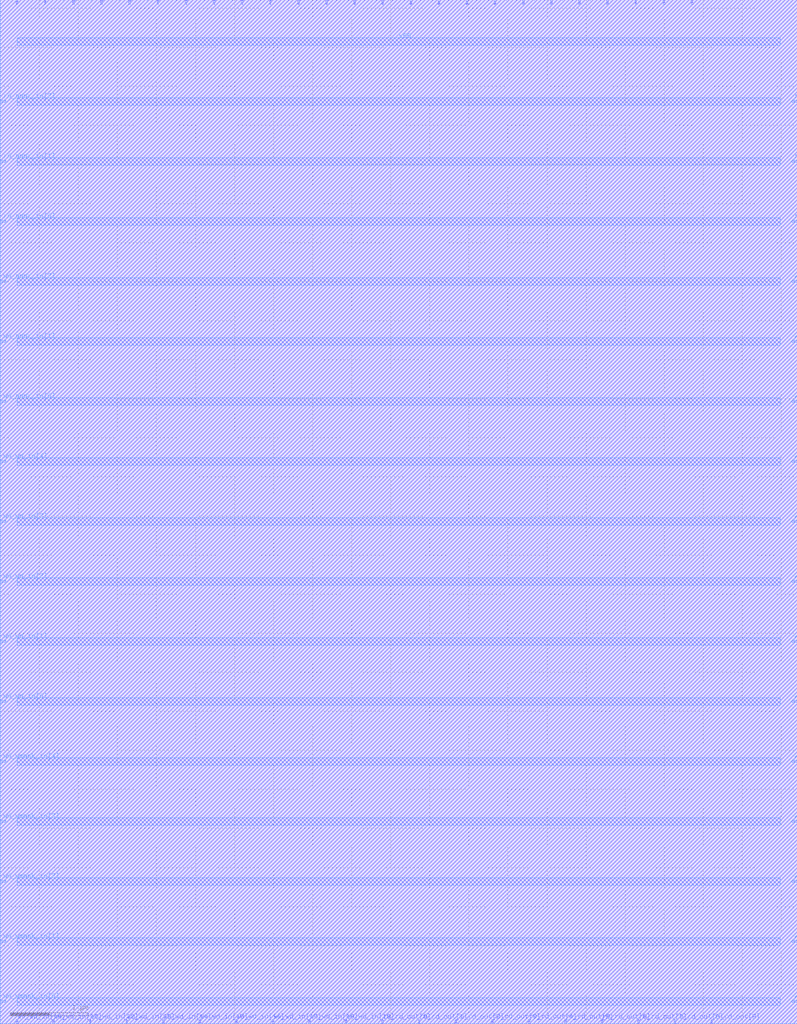
<source format=lef>
VERSION 5.7 ;
BUSBITCHARS "[]" ;
MACRO fakeram_20x64_1r1w
  FOREIGN fakeram_20x64_1r1w 0 0 ;
  SYMMETRY X Y R90 ;
  SIZE 10.203 BY 13.107 ;
  CLASS BLOCK ;
  PIN w0_wmask_in[0]
    DIRECTION INPUT ;
    USE SIGNAL ;
    SHAPE ABUTMENT ;
    PORT
      LAYER M4 ;
      RECT 0.000 0.276 0.072 0.300 ;
    END
  END w0_wmask_in[0]
  PIN w0_wmask_in[1]
    DIRECTION INPUT ;
    USE SIGNAL ;
    SHAPE ABUTMENT ;
    PORT
      LAYER M4 ;
      RECT 0.000 1.044 0.072 1.068 ;
    END
  END w0_wmask_in[1]
  PIN w0_wmask_in[2]
    DIRECTION INPUT ;
    USE SIGNAL ;
    SHAPE ABUTMENT ;
    PORT
      LAYER M4 ;
      RECT 0.000 1.812 0.072 1.836 ;
    END
  END w0_wmask_in[2]
  PIN w0_wmask_in[3]
    DIRECTION INPUT ;
    USE SIGNAL ;
    SHAPE ABUTMENT ;
    PORT
      LAYER M4 ;
      RECT 0.000 2.580 0.072 2.604 ;
    END
  END w0_wmask_in[3]
  PIN w0_wmask_in[4]
    DIRECTION INPUT ;
    USE SIGNAL ;
    SHAPE ABUTMENT ;
    PORT
      LAYER M4 ;
      RECT 0.000 3.348 0.072 3.372 ;
    END
  END w0_wmask_in[4]
  PIN w0_wmask_in[5]
    DIRECTION INPUT ;
    USE SIGNAL ;
    SHAPE ABUTMENT ;
    PORT
      LAYER M4 ;
      RECT 10.131 0.276 10.203 0.300 ;
    END
  END w0_wmask_in[5]
  PIN w0_wmask_in[6]
    DIRECTION INPUT ;
    USE SIGNAL ;
    SHAPE ABUTMENT ;
    PORT
      LAYER M4 ;
      RECT 10.131 1.044 10.203 1.068 ;
    END
  END w0_wmask_in[6]
  PIN w0_wmask_in[7]
    DIRECTION INPUT ;
    USE SIGNAL ;
    SHAPE ABUTMENT ;
    PORT
      LAYER M4 ;
      RECT 10.131 1.812 10.203 1.836 ;
    END
  END w0_wmask_in[7]
  PIN w0_wmask_in[8]
    DIRECTION INPUT ;
    USE SIGNAL ;
    SHAPE ABUTMENT ;
    PORT
      LAYER M4 ;
      RECT 10.131 2.580 10.203 2.604 ;
    END
  END w0_wmask_in[8]
  PIN w0_wmask_in[9]
    DIRECTION INPUT ;
    USE SIGNAL ;
    SHAPE ABUTMENT ;
    PORT
      LAYER M4 ;
      RECT 10.131 3.348 10.203 3.372 ;
    END
  END w0_wmask_in[9]
  PIN w0_wmask_in[10]
    DIRECTION INPUT ;
    USE SIGNAL ;
    SHAPE ABUTMENT ;
    PORT
      LAYER M3 ;
      RECT 0.207 13.053 0.225 13.107 ;
    END
  END w0_wmask_in[10]
  PIN w0_wmask_in[11]
    DIRECTION INPUT ;
    USE SIGNAL ;
    SHAPE ABUTMENT ;
    PORT
      LAYER M3 ;
      RECT 0.567 13.053 0.585 13.107 ;
    END
  END w0_wmask_in[11]
  PIN w0_wmask_in[12]
    DIRECTION INPUT ;
    USE SIGNAL ;
    SHAPE ABUTMENT ;
    PORT
      LAYER M3 ;
      RECT 0.927 13.053 0.945 13.107 ;
    END
  END w0_wmask_in[12]
  PIN w0_wmask_in[13]
    DIRECTION INPUT ;
    USE SIGNAL ;
    SHAPE ABUTMENT ;
    PORT
      LAYER M3 ;
      RECT 1.287 13.053 1.305 13.107 ;
    END
  END w0_wmask_in[13]
  PIN w0_wmask_in[14]
    DIRECTION INPUT ;
    USE SIGNAL ;
    SHAPE ABUTMENT ;
    PORT
      LAYER M3 ;
      RECT 1.647 13.053 1.665 13.107 ;
    END
  END w0_wmask_in[14]
  PIN w0_wmask_in[15]
    DIRECTION INPUT ;
    USE SIGNAL ;
    SHAPE ABUTMENT ;
    PORT
      LAYER M3 ;
      RECT 2.007 13.053 2.025 13.107 ;
    END
  END w0_wmask_in[15]
  PIN w0_wmask_in[16]
    DIRECTION INPUT ;
    USE SIGNAL ;
    SHAPE ABUTMENT ;
    PORT
      LAYER M3 ;
      RECT 2.367 13.053 2.385 13.107 ;
    END
  END w0_wmask_in[16]
  PIN w0_wmask_in[17]
    DIRECTION INPUT ;
    USE SIGNAL ;
    SHAPE ABUTMENT ;
    PORT
      LAYER M3 ;
      RECT 2.727 13.053 2.745 13.107 ;
    END
  END w0_wmask_in[17]
  PIN w0_wmask_in[18]
    DIRECTION INPUT ;
    USE SIGNAL ;
    SHAPE ABUTMENT ;
    PORT
      LAYER M3 ;
      RECT 3.087 13.053 3.105 13.107 ;
    END
  END w0_wmask_in[18]
  PIN w0_wmask_in[19]
    DIRECTION INPUT ;
    USE SIGNAL ;
    SHAPE ABUTMENT ;
    PORT
      LAYER M3 ;
      RECT 3.447 13.053 3.465 13.107 ;
    END
  END w0_wmask_in[19]
  PIN w0_wd_in[0]
    DIRECTION INPUT ;
    USE SIGNAL ;
    SHAPE ABUTMENT ;
    PORT
      LAYER M4 ;
      RECT 0.000 4.116 0.072 4.140 ;
    END
  END w0_wd_in[0]
  PIN w0_wd_in[1]
    DIRECTION INPUT ;
    USE SIGNAL ;
    SHAPE ABUTMENT ;
    PORT
      LAYER M4 ;
      RECT 0.000 4.884 0.072 4.908 ;
    END
  END w0_wd_in[1]
  PIN w0_wd_in[2]
    DIRECTION INPUT ;
    USE SIGNAL ;
    SHAPE ABUTMENT ;
    PORT
      LAYER M4 ;
      RECT 0.000 5.652 0.072 5.676 ;
    END
  END w0_wd_in[2]
  PIN w0_wd_in[3]
    DIRECTION INPUT ;
    USE SIGNAL ;
    SHAPE ABUTMENT ;
    PORT
      LAYER M4 ;
      RECT 0.000 6.420 0.072 6.444 ;
    END
  END w0_wd_in[3]
  PIN w0_wd_in[4]
    DIRECTION INPUT ;
    USE SIGNAL ;
    SHAPE ABUTMENT ;
    PORT
      LAYER M4 ;
      RECT 0.000 7.188 0.072 7.212 ;
    END
  END w0_wd_in[4]
  PIN w0_wd_in[5]
    DIRECTION INPUT ;
    USE SIGNAL ;
    SHAPE ABUTMENT ;
    PORT
      LAYER M4 ;
      RECT 10.131 4.116 10.203 4.140 ;
    END
  END w0_wd_in[5]
  PIN w0_wd_in[6]
    DIRECTION INPUT ;
    USE SIGNAL ;
    SHAPE ABUTMENT ;
    PORT
      LAYER M4 ;
      RECT 10.131 4.884 10.203 4.908 ;
    END
  END w0_wd_in[6]
  PIN w0_wd_in[7]
    DIRECTION INPUT ;
    USE SIGNAL ;
    SHAPE ABUTMENT ;
    PORT
      LAYER M4 ;
      RECT 10.131 5.652 10.203 5.676 ;
    END
  END w0_wd_in[7]
  PIN w0_wd_in[8]
    DIRECTION INPUT ;
    USE SIGNAL ;
    SHAPE ABUTMENT ;
    PORT
      LAYER M4 ;
      RECT 10.131 6.420 10.203 6.444 ;
    END
  END w0_wd_in[8]
  PIN w0_wd_in[9]
    DIRECTION INPUT ;
    USE SIGNAL ;
    SHAPE ABUTMENT ;
    PORT
      LAYER M4 ;
      RECT 10.131 7.188 10.203 7.212 ;
    END
  END w0_wd_in[9]
  PIN w0_wd_in[10]
    DIRECTION OUTPUT ;
    USE SIGNAL ;
    SHAPE ABUTMENT ;
    PORT
      LAYER M3 ;
      RECT 0.207 0.000 0.225 0.054 ;
    END
  END w0_wd_in[10]
  PIN w0_wd_in[11]
    DIRECTION OUTPUT ;
    USE SIGNAL ;
    SHAPE ABUTMENT ;
    PORT
      LAYER M3 ;
      RECT 0.675 0.000 0.693 0.054 ;
    END
  END w0_wd_in[11]
  PIN w0_wd_in[12]
    DIRECTION OUTPUT ;
    USE SIGNAL ;
    SHAPE ABUTMENT ;
    PORT
      LAYER M3 ;
      RECT 1.143 0.000 1.161 0.054 ;
    END
  END w0_wd_in[12]
  PIN w0_wd_in[13]
    DIRECTION OUTPUT ;
    USE SIGNAL ;
    SHAPE ABUTMENT ;
    PORT
      LAYER M3 ;
      RECT 1.611 0.000 1.629 0.054 ;
    END
  END w0_wd_in[13]
  PIN w0_wd_in[14]
    DIRECTION OUTPUT ;
    USE SIGNAL ;
    SHAPE ABUTMENT ;
    PORT
      LAYER M3 ;
      RECT 2.079 0.000 2.097 0.054 ;
    END
  END w0_wd_in[14]
  PIN w0_wd_in[15]
    DIRECTION OUTPUT ;
    USE SIGNAL ;
    SHAPE ABUTMENT ;
    PORT
      LAYER M3 ;
      RECT 2.547 0.000 2.565 0.054 ;
    END
  END w0_wd_in[15]
  PIN w0_wd_in[16]
    DIRECTION OUTPUT ;
    USE SIGNAL ;
    SHAPE ABUTMENT ;
    PORT
      LAYER M3 ;
      RECT 3.015 0.000 3.033 0.054 ;
    END
  END w0_wd_in[16]
  PIN w0_wd_in[17]
    DIRECTION OUTPUT ;
    USE SIGNAL ;
    SHAPE ABUTMENT ;
    PORT
      LAYER M3 ;
      RECT 3.483 0.000 3.501 0.054 ;
    END
  END w0_wd_in[17]
  PIN w0_wd_in[18]
    DIRECTION OUTPUT ;
    USE SIGNAL ;
    SHAPE ABUTMENT ;
    PORT
      LAYER M3 ;
      RECT 3.951 0.000 3.969 0.054 ;
    END
  END w0_wd_in[18]
  PIN w0_wd_in[19]
    DIRECTION OUTPUT ;
    USE SIGNAL ;
    SHAPE ABUTMENT ;
    PORT
      LAYER M3 ;
      RECT 4.419 0.000 4.437 0.054 ;
    END
  END w0_wd_in[19]
  PIN r0_rd_out[0]
    DIRECTION OUTPUT ;
    USE SIGNAL ;
    SHAPE ABUTMENT ;
    PORT
      LAYER M3 ;
      RECT 4.887 0.000 4.905 0.054 ;
    END
  END r0_rd_out[0]
  PIN r0_rd_out[1]
    DIRECTION OUTPUT ;
    USE SIGNAL ;
    SHAPE ABUTMENT ;
    PORT
      LAYER M3 ;
      RECT 5.355 0.000 5.373 0.054 ;
    END
  END r0_rd_out[1]
  PIN r0_rd_out[2]
    DIRECTION OUTPUT ;
    USE SIGNAL ;
    SHAPE ABUTMENT ;
    PORT
      LAYER M3 ;
      RECT 5.823 0.000 5.841 0.054 ;
    END
  END r0_rd_out[2]
  PIN r0_rd_out[3]
    DIRECTION OUTPUT ;
    USE SIGNAL ;
    SHAPE ABUTMENT ;
    PORT
      LAYER M3 ;
      RECT 6.291 0.000 6.309 0.054 ;
    END
  END r0_rd_out[3]
  PIN r0_rd_out[4]
    DIRECTION OUTPUT ;
    USE SIGNAL ;
    SHAPE ABUTMENT ;
    PORT
      LAYER M3 ;
      RECT 6.759 0.000 6.777 0.054 ;
    END
  END r0_rd_out[4]
  PIN r0_rd_out[5]
    DIRECTION OUTPUT ;
    USE SIGNAL ;
    SHAPE ABUTMENT ;
    PORT
      LAYER M3 ;
      RECT 7.227 0.000 7.245 0.054 ;
    END
  END r0_rd_out[5]
  PIN r0_rd_out[6]
    DIRECTION OUTPUT ;
    USE SIGNAL ;
    SHAPE ABUTMENT ;
    PORT
      LAYER M3 ;
      RECT 7.695 0.000 7.713 0.054 ;
    END
  END r0_rd_out[6]
  PIN r0_rd_out[7]
    DIRECTION OUTPUT ;
    USE SIGNAL ;
    SHAPE ABUTMENT ;
    PORT
      LAYER M3 ;
      RECT 8.163 0.000 8.181 0.054 ;
    END
  END r0_rd_out[7]
  PIN r0_rd_out[8]
    DIRECTION OUTPUT ;
    USE SIGNAL ;
    SHAPE ABUTMENT ;
    PORT
      LAYER M3 ;
      RECT 8.631 0.000 8.649 0.054 ;
    END
  END r0_rd_out[8]
  PIN r0_rd_out[9]
    DIRECTION OUTPUT ;
    USE SIGNAL ;
    SHAPE ABUTMENT ;
    PORT
      LAYER M3 ;
      RECT 9.099 0.000 9.117 0.054 ;
    END
  END r0_rd_out[9]
  PIN r0_rd_out[10]
    DIRECTION OUTPUT ;
    USE SIGNAL ;
    SHAPE ABUTMENT ;
    PORT
      LAYER M3 ;
      RECT 3.807 13.053 3.825 13.107 ;
    END
  END r0_rd_out[10]
  PIN r0_rd_out[11]
    DIRECTION OUTPUT ;
    USE SIGNAL ;
    SHAPE ABUTMENT ;
    PORT
      LAYER M3 ;
      RECT 4.167 13.053 4.185 13.107 ;
    END
  END r0_rd_out[11]
  PIN r0_rd_out[12]
    DIRECTION OUTPUT ;
    USE SIGNAL ;
    SHAPE ABUTMENT ;
    PORT
      LAYER M3 ;
      RECT 4.527 13.053 4.545 13.107 ;
    END
  END r0_rd_out[12]
  PIN r0_rd_out[13]
    DIRECTION OUTPUT ;
    USE SIGNAL ;
    SHAPE ABUTMENT ;
    PORT
      LAYER M3 ;
      RECT 4.887 13.053 4.905 13.107 ;
    END
  END r0_rd_out[13]
  PIN r0_rd_out[14]
    DIRECTION OUTPUT ;
    USE SIGNAL ;
    SHAPE ABUTMENT ;
    PORT
      LAYER M3 ;
      RECT 5.247 13.053 5.265 13.107 ;
    END
  END r0_rd_out[14]
  PIN r0_rd_out[15]
    DIRECTION OUTPUT ;
    USE SIGNAL ;
    SHAPE ABUTMENT ;
    PORT
      LAYER M3 ;
      RECT 5.607 13.053 5.625 13.107 ;
    END
  END r0_rd_out[15]
  PIN r0_rd_out[16]
    DIRECTION OUTPUT ;
    USE SIGNAL ;
    SHAPE ABUTMENT ;
    PORT
      LAYER M3 ;
      RECT 5.967 13.053 5.985 13.107 ;
    END
  END r0_rd_out[16]
  PIN r0_rd_out[17]
    DIRECTION OUTPUT ;
    USE SIGNAL ;
    SHAPE ABUTMENT ;
    PORT
      LAYER M3 ;
      RECT 6.327 13.053 6.345 13.107 ;
    END
  END r0_rd_out[17]
  PIN r0_rd_out[18]
    DIRECTION OUTPUT ;
    USE SIGNAL ;
    SHAPE ABUTMENT ;
    PORT
      LAYER M3 ;
      RECT 6.687 13.053 6.705 13.107 ;
    END
  END r0_rd_out[18]
  PIN r0_rd_out[19]
    DIRECTION OUTPUT ;
    USE SIGNAL ;
    SHAPE ABUTMENT ;
    PORT
      LAYER M3 ;
      RECT 7.047 13.053 7.065 13.107 ;
    END
  END r0_rd_out[19]
  PIN w0_addr_in[0]
    DIRECTION INPUT ;
    USE SIGNAL ;
    SHAPE ABUTMENT ;
    PORT
      LAYER M4 ;
      RECT 0.000 7.956 0.072 7.980 ;
    END
  END w0_addr_in[0]
  PIN w0_addr_in[1]
    DIRECTION INPUT ;
    USE SIGNAL ;
    SHAPE ABUTMENT ;
    PORT
      LAYER M4 ;
      RECT 0.000 8.724 0.072 8.748 ;
    END
  END w0_addr_in[1]
  PIN w0_addr_in[2]
    DIRECTION INPUT ;
    USE SIGNAL ;
    SHAPE ABUTMENT ;
    PORT
      LAYER M4 ;
      RECT 0.000 9.492 0.072 9.516 ;
    END
  END w0_addr_in[2]
  PIN w0_addr_in[3]
    DIRECTION INPUT ;
    USE SIGNAL ;
    SHAPE ABUTMENT ;
    PORT
      LAYER M4 ;
      RECT 10.131 7.956 10.203 7.980 ;
    END
  END w0_addr_in[3]
  PIN w0_addr_in[4]
    DIRECTION INPUT ;
    USE SIGNAL ;
    SHAPE ABUTMENT ;
    PORT
      LAYER M4 ;
      RECT 10.131 8.724 10.203 8.748 ;
    END
  END w0_addr_in[4]
  PIN w0_addr_in[5]
    DIRECTION INPUT ;
    USE SIGNAL ;
    SHAPE ABUTMENT ;
    PORT
      LAYER M4 ;
      RECT 10.131 9.492 10.203 9.516 ;
    END
  END w0_addr_in[5]
  PIN r0_addr_in[0]
    DIRECTION INPUT ;
    USE SIGNAL ;
    SHAPE ABUTMENT ;
    PORT
      LAYER M4 ;
      RECT 0.000 10.260 0.072 10.284 ;
    END
  END r0_addr_in[0]
  PIN r0_addr_in[1]
    DIRECTION INPUT ;
    USE SIGNAL ;
    SHAPE ABUTMENT ;
    PORT
      LAYER M4 ;
      RECT 0.000 11.028 0.072 11.052 ;
    END
  END r0_addr_in[1]
  PIN r0_addr_in[2]
    DIRECTION INPUT ;
    USE SIGNAL ;
    SHAPE ABUTMENT ;
    PORT
      LAYER M4 ;
      RECT 0.000 11.796 0.072 11.820 ;
    END
  END r0_addr_in[2]
  PIN r0_addr_in[3]
    DIRECTION INPUT ;
    USE SIGNAL ;
    SHAPE ABUTMENT ;
    PORT
      LAYER M4 ;
      RECT 10.131 10.260 10.203 10.284 ;
    END
  END r0_addr_in[3]
  PIN r0_addr_in[4]
    DIRECTION INPUT ;
    USE SIGNAL ;
    SHAPE ABUTMENT ;
    PORT
      LAYER M4 ;
      RECT 10.131 11.028 10.203 11.052 ;
    END
  END r0_addr_in[4]
  PIN r0_addr_in[5]
    DIRECTION INPUT ;
    USE SIGNAL ;
    SHAPE ABUTMENT ;
    PORT
      LAYER M4 ;
      RECT 10.131 11.796 10.203 11.820 ;
    END
  END r0_addr_in[5]
  PIN w0_we_in
    DIRECTION INPUT ;
    USE SIGNAL ;
    SHAPE ABUTMENT ;
    PORT
      LAYER M3 ;
      RECT 7.407 13.053 7.425 13.107 ;
    END
  END w0_we_in
  PIN w0_ce_in
    DIRECTION INPUT ;
    USE SIGNAL ;
    SHAPE ABUTMENT ;
    PORT
      LAYER M3 ;
      RECT 7.767 13.053 7.785 13.107 ;
    END
  END w0_ce_in
  PIN w0_clk
    DIRECTION INPUT ;
    USE SIGNAL ;
    SHAPE ABUTMENT ;
    PORT
      LAYER M3 ;
      RECT 8.127 13.053 8.145 13.107 ;
    END
  END w0_clk
  PIN r0_ce_in
    DIRECTION INPUT ;
    USE SIGNAL ;
    SHAPE ABUTMENT ;
    PORT
      LAYER M3 ;
      RECT 8.487 13.053 8.505 13.107 ;
    END
  END r0_ce_in
  PIN r0_clk
    DIRECTION INPUT ;
    USE SIGNAL ;
    SHAPE ABUTMENT ;
    PORT
      LAYER M3 ;
      RECT 8.847 13.053 8.865 13.107 ;
    END
  END r0_clk
  PIN VSS
    DIRECTION INOUT ;
    USE GROUND ;
    PORT
      LAYER M4 ;
      RECT 0.216 0.240 9.987 0.336 ;
      RECT 0.216 1.008 9.987 1.104 ;
      RECT 0.216 1.776 9.987 1.872 ;
      RECT 0.216 2.544 9.987 2.640 ;
      RECT 0.216 3.312 9.987 3.408 ;
      RECT 0.216 4.080 9.987 4.176 ;
      RECT 0.216 4.848 9.987 4.944 ;
      RECT 0.216 5.616 9.987 5.712 ;
      RECT 0.216 6.384 9.987 6.480 ;
      RECT 0.216 7.152 9.987 7.248 ;
      RECT 0.216 7.920 9.987 8.016 ;
      RECT 0.216 8.688 9.987 8.784 ;
      RECT 0.216 9.456 9.987 9.552 ;
      RECT 0.216 10.224 9.987 10.320 ;
      RECT 0.216 10.992 9.987 11.088 ;
      RECT 0.216 11.760 9.987 11.856 ;
      RECT 0.216 12.528 9.987 12.624 ;
    END
  END VSS
  PIN VDD
    DIRECTION INOUT ;
    USE POWER ;
    PORT
      LAYER M4 ;
      RECT 0.216 0.240 9.987 0.336 ;
      RECT 0.216 1.008 9.987 1.104 ;
      RECT 0.216 1.776 9.987 1.872 ;
      RECT 0.216 2.544 9.987 2.640 ;
      RECT 0.216 3.312 9.987 3.408 ;
      RECT 0.216 4.080 9.987 4.176 ;
      RECT 0.216 4.848 9.987 4.944 ;
      RECT 0.216 5.616 9.987 5.712 ;
      RECT 0.216 6.384 9.987 6.480 ;
      RECT 0.216 7.152 9.987 7.248 ;
      RECT 0.216 7.920 9.987 8.016 ;
      RECT 0.216 8.688 9.987 8.784 ;
      RECT 0.216 9.456 9.987 9.552 ;
      RECT 0.216 10.224 9.987 10.320 ;
      RECT 0.216 10.992 9.987 11.088 ;
      RECT 0.216 11.760 9.987 11.856 ;
      RECT 0.216 12.528 9.987 12.624 ;
    END
  END VDD
  OBS
    LAYER M1 ;
    RECT 0 0 10.203 13.107 ;
    LAYER M2 ;
    RECT 0 0 10.203 13.107 ;
    LAYER M3 ;
    RECT 0 0 10.203 13.107 ;
    LAYER M4 ;
    RECT 0 0 10.203 13.107 ;
  END
END fakeram_20x64_1r1w

END LIBRARY

</source>
